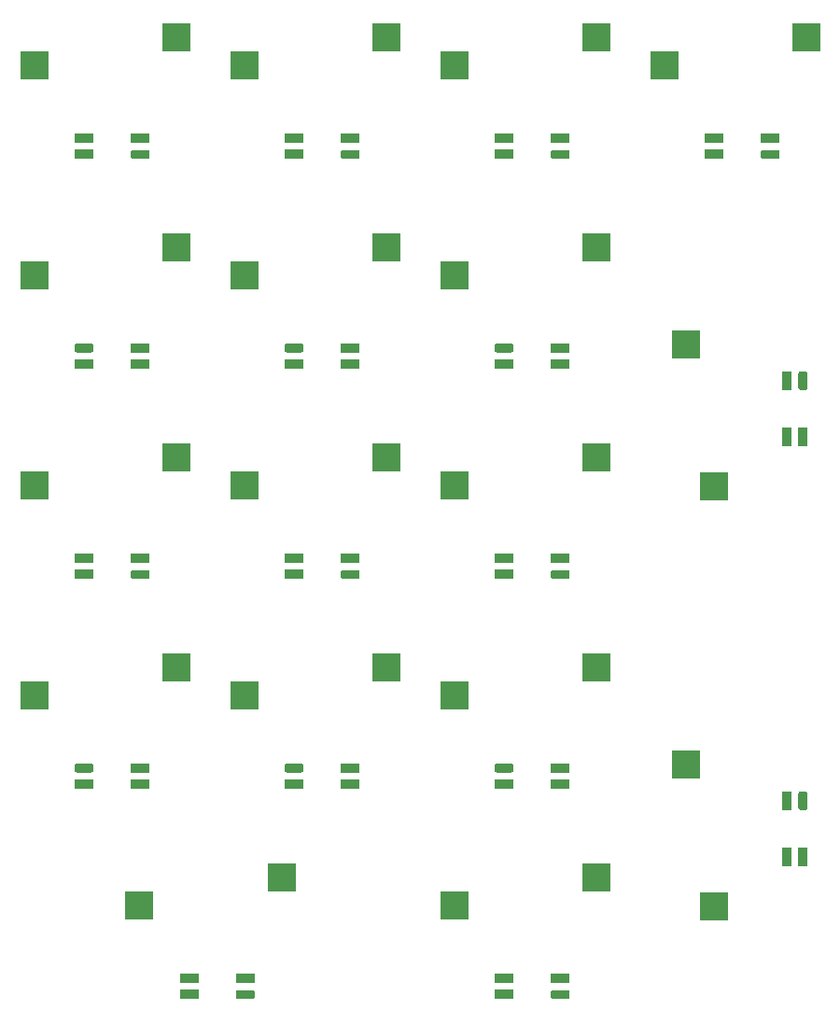
<source format=gbr>
G04 #@! TF.GenerationSoftware,KiCad,Pcbnew,(5.1.5)-3*
G04 #@! TF.CreationDate,2022-04-23T19:07:22-06:00*
G04 #@! TF.ProjectId,base,62617365-2e6b-4696-9361-645f70636258,rev?*
G04 #@! TF.SameCoordinates,Original*
G04 #@! TF.FileFunction,Paste,Bot*
G04 #@! TF.FilePolarity,Positive*
%FSLAX46Y46*%
G04 Gerber Fmt 4.6, Leading zero omitted, Abs format (unit mm)*
G04 Created by KiCad (PCBNEW (5.1.5)-3) date 2022-04-23 19:07:22*
%MOMM*%
%LPD*%
G04 APERTURE LIST*
%ADD10R,2.550000X2.500000*%
%ADD11R,2.500000X2.550000*%
%ADD12C,0.100000*%
%ADD13R,1.700000X0.820000*%
%ADD14R,0.820000X1.700000*%
G04 APERTURE END LIST*
D10*
X172502500Y-59213750D03*
X159602500Y-61753750D03*
X121502500Y-61753750D03*
X134402500Y-59213750D03*
X140552500Y-118903750D03*
X153452500Y-116363750D03*
X102452500Y-80803750D03*
X115352500Y-78263750D03*
D11*
X164147500Y-138053750D03*
X161607500Y-125126750D03*
D12*
G36*
X150852594Y-145597237D02*
G01*
X150872494Y-145600189D01*
X150892008Y-145605077D01*
X150910950Y-145611855D01*
X150929136Y-145620456D01*
X150946392Y-145630799D01*
X150962551Y-145642783D01*
X150977457Y-145656293D01*
X150990967Y-145671199D01*
X151002951Y-145687358D01*
X151013294Y-145704614D01*
X151021895Y-145722800D01*
X151028673Y-145741742D01*
X151033561Y-145761256D01*
X151036513Y-145781156D01*
X151037500Y-145801250D01*
X151037500Y-146211250D01*
X151036513Y-146231344D01*
X151033561Y-146251244D01*
X151028673Y-146270758D01*
X151021895Y-146289700D01*
X151013294Y-146307886D01*
X151002951Y-146325142D01*
X150990967Y-146341301D01*
X150977457Y-146356207D01*
X150962551Y-146369717D01*
X150946392Y-146381701D01*
X150929136Y-146392044D01*
X150910950Y-146400645D01*
X150892008Y-146407423D01*
X150872494Y-146412311D01*
X150852594Y-146415263D01*
X150832500Y-146416250D01*
X149542500Y-146416250D01*
X149522406Y-146415263D01*
X149502506Y-146412311D01*
X149482992Y-146407423D01*
X149464050Y-146400645D01*
X149445864Y-146392044D01*
X149428608Y-146381701D01*
X149412449Y-146369717D01*
X149397543Y-146356207D01*
X149384033Y-146341301D01*
X149372049Y-146325142D01*
X149361706Y-146307886D01*
X149353105Y-146289700D01*
X149346327Y-146270758D01*
X149341439Y-146251244D01*
X149338487Y-146231344D01*
X149337500Y-146211250D01*
X149337500Y-145801250D01*
X149338487Y-145781156D01*
X149341439Y-145761256D01*
X149346327Y-145741742D01*
X149353105Y-145722800D01*
X149361706Y-145704614D01*
X149372049Y-145687358D01*
X149384033Y-145671199D01*
X149397543Y-145656293D01*
X149412449Y-145642783D01*
X149428608Y-145630799D01*
X149445864Y-145620456D01*
X149464050Y-145611855D01*
X149482992Y-145605077D01*
X149502506Y-145600189D01*
X149522406Y-145597237D01*
X149542500Y-145596250D01*
X150832500Y-145596250D01*
X150852594Y-145597237D01*
G37*
D13*
X150187500Y-144506250D03*
X145087500Y-146006250D03*
X145087500Y-144506250D03*
D11*
X164147500Y-99953750D03*
X161607500Y-87026750D03*
D12*
G36*
X112752594Y-69397237D02*
G01*
X112772494Y-69400189D01*
X112792008Y-69405077D01*
X112810950Y-69411855D01*
X112829136Y-69420456D01*
X112846392Y-69430799D01*
X112862551Y-69442783D01*
X112877457Y-69456293D01*
X112890967Y-69471199D01*
X112902951Y-69487358D01*
X112913294Y-69504614D01*
X112921895Y-69522800D01*
X112928673Y-69541742D01*
X112933561Y-69561256D01*
X112936513Y-69581156D01*
X112937500Y-69601250D01*
X112937500Y-70011250D01*
X112936513Y-70031344D01*
X112933561Y-70051244D01*
X112928673Y-70070758D01*
X112921895Y-70089700D01*
X112913294Y-70107886D01*
X112902951Y-70125142D01*
X112890967Y-70141301D01*
X112877457Y-70156207D01*
X112862551Y-70169717D01*
X112846392Y-70181701D01*
X112829136Y-70192044D01*
X112810950Y-70200645D01*
X112792008Y-70207423D01*
X112772494Y-70212311D01*
X112752594Y-70215263D01*
X112732500Y-70216250D01*
X111442500Y-70216250D01*
X111422406Y-70215263D01*
X111402506Y-70212311D01*
X111382992Y-70207423D01*
X111364050Y-70200645D01*
X111345864Y-70192044D01*
X111328608Y-70181701D01*
X111312449Y-70169717D01*
X111297543Y-70156207D01*
X111284033Y-70141301D01*
X111272049Y-70125142D01*
X111261706Y-70107886D01*
X111253105Y-70089700D01*
X111246327Y-70070758D01*
X111241439Y-70051244D01*
X111238487Y-70031344D01*
X111237500Y-70011250D01*
X111237500Y-69601250D01*
X111238487Y-69581156D01*
X111241439Y-69561256D01*
X111246327Y-69541742D01*
X111253105Y-69522800D01*
X111261706Y-69504614D01*
X111272049Y-69487358D01*
X111284033Y-69471199D01*
X111297543Y-69456293D01*
X111312449Y-69442783D01*
X111328608Y-69430799D01*
X111345864Y-69420456D01*
X111364050Y-69411855D01*
X111382992Y-69405077D01*
X111402506Y-69400189D01*
X111422406Y-69397237D01*
X111442500Y-69396250D01*
X112732500Y-69396250D01*
X112752594Y-69397237D01*
G37*
D13*
X112087500Y-68306250D03*
X106987500Y-69806250D03*
X106987500Y-68306250D03*
D14*
X170700000Y-95418750D03*
X172200000Y-95418750D03*
X170700000Y-90318750D03*
D12*
G36*
X172425094Y-89469737D02*
G01*
X172444994Y-89472689D01*
X172464508Y-89477577D01*
X172483450Y-89484355D01*
X172501636Y-89492956D01*
X172518892Y-89503299D01*
X172535051Y-89515283D01*
X172549957Y-89528793D01*
X172563467Y-89543699D01*
X172575451Y-89559858D01*
X172585794Y-89577114D01*
X172594395Y-89595300D01*
X172601173Y-89614242D01*
X172606061Y-89633756D01*
X172609013Y-89653656D01*
X172610000Y-89673750D01*
X172610000Y-90963750D01*
X172609013Y-90983844D01*
X172606061Y-91003744D01*
X172601173Y-91023258D01*
X172594395Y-91042200D01*
X172585794Y-91060386D01*
X172575451Y-91077642D01*
X172563467Y-91093801D01*
X172549957Y-91108707D01*
X172535051Y-91122217D01*
X172518892Y-91134201D01*
X172501636Y-91144544D01*
X172483450Y-91153145D01*
X172464508Y-91159923D01*
X172444994Y-91164811D01*
X172425094Y-91167763D01*
X172405000Y-91168750D01*
X171995000Y-91168750D01*
X171974906Y-91167763D01*
X171955006Y-91164811D01*
X171935492Y-91159923D01*
X171916550Y-91153145D01*
X171898364Y-91144544D01*
X171881108Y-91134201D01*
X171864949Y-91122217D01*
X171850043Y-91108707D01*
X171836533Y-91093801D01*
X171824549Y-91077642D01*
X171814206Y-91060386D01*
X171805605Y-91042200D01*
X171798827Y-91023258D01*
X171793939Y-91003744D01*
X171790987Y-90983844D01*
X171790000Y-90963750D01*
X171790000Y-89673750D01*
X171790987Y-89653656D01*
X171793939Y-89633756D01*
X171798827Y-89614242D01*
X171805605Y-89595300D01*
X171814206Y-89577114D01*
X171824549Y-89559858D01*
X171836533Y-89543699D01*
X171850043Y-89528793D01*
X171864949Y-89515283D01*
X171881108Y-89503299D01*
X171898364Y-89492956D01*
X171916550Y-89484355D01*
X171935492Y-89477577D01*
X171955006Y-89472689D01*
X171974906Y-89469737D01*
X171995000Y-89468750D01*
X172405000Y-89468750D01*
X172425094Y-89469737D01*
G37*
D10*
X111977500Y-137953750D03*
X124904500Y-135413750D03*
X153452500Y-135413750D03*
X140552500Y-137953750D03*
X140552500Y-99853750D03*
X153452500Y-97313750D03*
X153452500Y-59213750D03*
X140552500Y-61753750D03*
D12*
G36*
X169902594Y-69397237D02*
G01*
X169922494Y-69400189D01*
X169942008Y-69405077D01*
X169960950Y-69411855D01*
X169979136Y-69420456D01*
X169996392Y-69430799D01*
X170012551Y-69442783D01*
X170027457Y-69456293D01*
X170040967Y-69471199D01*
X170052951Y-69487358D01*
X170063294Y-69504614D01*
X170071895Y-69522800D01*
X170078673Y-69541742D01*
X170083561Y-69561256D01*
X170086513Y-69581156D01*
X170087500Y-69601250D01*
X170087500Y-70011250D01*
X170086513Y-70031344D01*
X170083561Y-70051244D01*
X170078673Y-70070758D01*
X170071895Y-70089700D01*
X170063294Y-70107886D01*
X170052951Y-70125142D01*
X170040967Y-70141301D01*
X170027457Y-70156207D01*
X170012551Y-70169717D01*
X169996392Y-70181701D01*
X169979136Y-70192044D01*
X169960950Y-70200645D01*
X169942008Y-70207423D01*
X169922494Y-70212311D01*
X169902594Y-70215263D01*
X169882500Y-70216250D01*
X168592500Y-70216250D01*
X168572406Y-70215263D01*
X168552506Y-70212311D01*
X168532992Y-70207423D01*
X168514050Y-70200645D01*
X168495864Y-70192044D01*
X168478608Y-70181701D01*
X168462449Y-70169717D01*
X168447543Y-70156207D01*
X168434033Y-70141301D01*
X168422049Y-70125142D01*
X168411706Y-70107886D01*
X168403105Y-70089700D01*
X168396327Y-70070758D01*
X168391439Y-70051244D01*
X168388487Y-70031344D01*
X168387500Y-70011250D01*
X168387500Y-69601250D01*
X168388487Y-69581156D01*
X168391439Y-69561256D01*
X168396327Y-69541742D01*
X168403105Y-69522800D01*
X168411706Y-69504614D01*
X168422049Y-69487358D01*
X168434033Y-69471199D01*
X168447543Y-69456293D01*
X168462449Y-69442783D01*
X168478608Y-69430799D01*
X168495864Y-69420456D01*
X168514050Y-69411855D01*
X168532992Y-69405077D01*
X168552506Y-69400189D01*
X168572406Y-69397237D01*
X168592500Y-69396250D01*
X169882500Y-69396250D01*
X169902594Y-69397237D01*
G37*
D13*
X169237500Y-68306250D03*
X164137500Y-69806250D03*
X164137500Y-68306250D03*
D12*
G36*
X122277594Y-145597237D02*
G01*
X122297494Y-145600189D01*
X122317008Y-145605077D01*
X122335950Y-145611855D01*
X122354136Y-145620456D01*
X122371392Y-145630799D01*
X122387551Y-145642783D01*
X122402457Y-145656293D01*
X122415967Y-145671199D01*
X122427951Y-145687358D01*
X122438294Y-145704614D01*
X122446895Y-145722800D01*
X122453673Y-145741742D01*
X122458561Y-145761256D01*
X122461513Y-145781156D01*
X122462500Y-145801250D01*
X122462500Y-146211250D01*
X122461513Y-146231344D01*
X122458561Y-146251244D01*
X122453673Y-146270758D01*
X122446895Y-146289700D01*
X122438294Y-146307886D01*
X122427951Y-146325142D01*
X122415967Y-146341301D01*
X122402457Y-146356207D01*
X122387551Y-146369717D01*
X122371392Y-146381701D01*
X122354136Y-146392044D01*
X122335950Y-146400645D01*
X122317008Y-146407423D01*
X122297494Y-146412311D01*
X122277594Y-146415263D01*
X122257500Y-146416250D01*
X120967500Y-146416250D01*
X120947406Y-146415263D01*
X120927506Y-146412311D01*
X120907992Y-146407423D01*
X120889050Y-146400645D01*
X120870864Y-146392044D01*
X120853608Y-146381701D01*
X120837449Y-146369717D01*
X120822543Y-146356207D01*
X120809033Y-146341301D01*
X120797049Y-146325142D01*
X120786706Y-146307886D01*
X120778105Y-146289700D01*
X120771327Y-146270758D01*
X120766439Y-146251244D01*
X120763487Y-146231344D01*
X120762500Y-146211250D01*
X120762500Y-145801250D01*
X120763487Y-145781156D01*
X120766439Y-145761256D01*
X120771327Y-145741742D01*
X120778105Y-145722800D01*
X120786706Y-145704614D01*
X120797049Y-145687358D01*
X120809033Y-145671199D01*
X120822543Y-145656293D01*
X120837449Y-145642783D01*
X120853608Y-145630799D01*
X120870864Y-145620456D01*
X120889050Y-145611855D01*
X120907992Y-145605077D01*
X120927506Y-145600189D01*
X120947406Y-145597237D01*
X120967500Y-145596250D01*
X122257500Y-145596250D01*
X122277594Y-145597237D01*
G37*
D13*
X121612500Y-144506250D03*
X116512500Y-146006250D03*
X116512500Y-144506250D03*
D12*
G36*
X172425094Y-127569737D02*
G01*
X172444994Y-127572689D01*
X172464508Y-127577577D01*
X172483450Y-127584355D01*
X172501636Y-127592956D01*
X172518892Y-127603299D01*
X172535051Y-127615283D01*
X172549957Y-127628793D01*
X172563467Y-127643699D01*
X172575451Y-127659858D01*
X172585794Y-127677114D01*
X172594395Y-127695300D01*
X172601173Y-127714242D01*
X172606061Y-127733756D01*
X172609013Y-127753656D01*
X172610000Y-127773750D01*
X172610000Y-129063750D01*
X172609013Y-129083844D01*
X172606061Y-129103744D01*
X172601173Y-129123258D01*
X172594395Y-129142200D01*
X172585794Y-129160386D01*
X172575451Y-129177642D01*
X172563467Y-129193801D01*
X172549957Y-129208707D01*
X172535051Y-129222217D01*
X172518892Y-129234201D01*
X172501636Y-129244544D01*
X172483450Y-129253145D01*
X172464508Y-129259923D01*
X172444994Y-129264811D01*
X172425094Y-129267763D01*
X172405000Y-129268750D01*
X171995000Y-129268750D01*
X171974906Y-129267763D01*
X171955006Y-129264811D01*
X171935492Y-129259923D01*
X171916550Y-129253145D01*
X171898364Y-129244544D01*
X171881108Y-129234201D01*
X171864949Y-129222217D01*
X171850043Y-129208707D01*
X171836533Y-129193801D01*
X171824549Y-129177642D01*
X171814206Y-129160386D01*
X171805605Y-129142200D01*
X171798827Y-129123258D01*
X171793939Y-129103744D01*
X171790987Y-129083844D01*
X171790000Y-129063750D01*
X171790000Y-127773750D01*
X171790987Y-127753656D01*
X171793939Y-127733756D01*
X171798827Y-127714242D01*
X171805605Y-127695300D01*
X171814206Y-127677114D01*
X171824549Y-127659858D01*
X171836533Y-127643699D01*
X171850043Y-127628793D01*
X171864949Y-127615283D01*
X171881108Y-127603299D01*
X171898364Y-127592956D01*
X171916550Y-127584355D01*
X171935492Y-127577577D01*
X171955006Y-127572689D01*
X171974906Y-127569737D01*
X171995000Y-127568750D01*
X172405000Y-127568750D01*
X172425094Y-127569737D01*
G37*
D14*
X170700000Y-128418750D03*
X172200000Y-133518750D03*
X170700000Y-133518750D03*
D12*
G36*
X145752594Y-125047237D02*
G01*
X145772494Y-125050189D01*
X145792008Y-125055077D01*
X145810950Y-125061855D01*
X145829136Y-125070456D01*
X145846392Y-125080799D01*
X145862551Y-125092783D01*
X145877457Y-125106293D01*
X145890967Y-125121199D01*
X145902951Y-125137358D01*
X145913294Y-125154614D01*
X145921895Y-125172800D01*
X145928673Y-125191742D01*
X145933561Y-125211256D01*
X145936513Y-125231156D01*
X145937500Y-125251250D01*
X145937500Y-125661250D01*
X145936513Y-125681344D01*
X145933561Y-125701244D01*
X145928673Y-125720758D01*
X145921895Y-125739700D01*
X145913294Y-125757886D01*
X145902951Y-125775142D01*
X145890967Y-125791301D01*
X145877457Y-125806207D01*
X145862551Y-125819717D01*
X145846392Y-125831701D01*
X145829136Y-125842044D01*
X145810950Y-125850645D01*
X145792008Y-125857423D01*
X145772494Y-125862311D01*
X145752594Y-125865263D01*
X145732500Y-125866250D01*
X144442500Y-125866250D01*
X144422406Y-125865263D01*
X144402506Y-125862311D01*
X144382992Y-125857423D01*
X144364050Y-125850645D01*
X144345864Y-125842044D01*
X144328608Y-125831701D01*
X144312449Y-125819717D01*
X144297543Y-125806207D01*
X144284033Y-125791301D01*
X144272049Y-125775142D01*
X144261706Y-125757886D01*
X144253105Y-125739700D01*
X144246327Y-125720758D01*
X144241439Y-125701244D01*
X144238487Y-125681344D01*
X144237500Y-125661250D01*
X144237500Y-125251250D01*
X144238487Y-125231156D01*
X144241439Y-125211256D01*
X144246327Y-125191742D01*
X144253105Y-125172800D01*
X144261706Y-125154614D01*
X144272049Y-125137358D01*
X144284033Y-125121199D01*
X144297543Y-125106293D01*
X144312449Y-125092783D01*
X144328608Y-125080799D01*
X144345864Y-125070456D01*
X144364050Y-125061855D01*
X144382992Y-125055077D01*
X144402506Y-125050189D01*
X144422406Y-125047237D01*
X144442500Y-125046250D01*
X145732500Y-125046250D01*
X145752594Y-125047237D01*
G37*
D13*
X145087500Y-126956250D03*
X150187500Y-125456250D03*
X150187500Y-126956250D03*
D12*
G36*
X126702594Y-125047237D02*
G01*
X126722494Y-125050189D01*
X126742008Y-125055077D01*
X126760950Y-125061855D01*
X126779136Y-125070456D01*
X126796392Y-125080799D01*
X126812551Y-125092783D01*
X126827457Y-125106293D01*
X126840967Y-125121199D01*
X126852951Y-125137358D01*
X126863294Y-125154614D01*
X126871895Y-125172800D01*
X126878673Y-125191742D01*
X126883561Y-125211256D01*
X126886513Y-125231156D01*
X126887500Y-125251250D01*
X126887500Y-125661250D01*
X126886513Y-125681344D01*
X126883561Y-125701244D01*
X126878673Y-125720758D01*
X126871895Y-125739700D01*
X126863294Y-125757886D01*
X126852951Y-125775142D01*
X126840967Y-125791301D01*
X126827457Y-125806207D01*
X126812551Y-125819717D01*
X126796392Y-125831701D01*
X126779136Y-125842044D01*
X126760950Y-125850645D01*
X126742008Y-125857423D01*
X126722494Y-125862311D01*
X126702594Y-125865263D01*
X126682500Y-125866250D01*
X125392500Y-125866250D01*
X125372406Y-125865263D01*
X125352506Y-125862311D01*
X125332992Y-125857423D01*
X125314050Y-125850645D01*
X125295864Y-125842044D01*
X125278608Y-125831701D01*
X125262449Y-125819717D01*
X125247543Y-125806207D01*
X125234033Y-125791301D01*
X125222049Y-125775142D01*
X125211706Y-125757886D01*
X125203105Y-125739700D01*
X125196327Y-125720758D01*
X125191439Y-125701244D01*
X125188487Y-125681344D01*
X125187500Y-125661250D01*
X125187500Y-125251250D01*
X125188487Y-125231156D01*
X125191439Y-125211256D01*
X125196327Y-125191742D01*
X125203105Y-125172800D01*
X125211706Y-125154614D01*
X125222049Y-125137358D01*
X125234033Y-125121199D01*
X125247543Y-125106293D01*
X125262449Y-125092783D01*
X125278608Y-125080799D01*
X125295864Y-125070456D01*
X125314050Y-125061855D01*
X125332992Y-125055077D01*
X125352506Y-125050189D01*
X125372406Y-125047237D01*
X125392500Y-125046250D01*
X126682500Y-125046250D01*
X126702594Y-125047237D01*
G37*
D13*
X126037500Y-126956250D03*
X131137500Y-125456250D03*
X131137500Y-126956250D03*
D12*
G36*
X107652594Y-125047237D02*
G01*
X107672494Y-125050189D01*
X107692008Y-125055077D01*
X107710950Y-125061855D01*
X107729136Y-125070456D01*
X107746392Y-125080799D01*
X107762551Y-125092783D01*
X107777457Y-125106293D01*
X107790967Y-125121199D01*
X107802951Y-125137358D01*
X107813294Y-125154614D01*
X107821895Y-125172800D01*
X107828673Y-125191742D01*
X107833561Y-125211256D01*
X107836513Y-125231156D01*
X107837500Y-125251250D01*
X107837500Y-125661250D01*
X107836513Y-125681344D01*
X107833561Y-125701244D01*
X107828673Y-125720758D01*
X107821895Y-125739700D01*
X107813294Y-125757886D01*
X107802951Y-125775142D01*
X107790967Y-125791301D01*
X107777457Y-125806207D01*
X107762551Y-125819717D01*
X107746392Y-125831701D01*
X107729136Y-125842044D01*
X107710950Y-125850645D01*
X107692008Y-125857423D01*
X107672494Y-125862311D01*
X107652594Y-125865263D01*
X107632500Y-125866250D01*
X106342500Y-125866250D01*
X106322406Y-125865263D01*
X106302506Y-125862311D01*
X106282992Y-125857423D01*
X106264050Y-125850645D01*
X106245864Y-125842044D01*
X106228608Y-125831701D01*
X106212449Y-125819717D01*
X106197543Y-125806207D01*
X106184033Y-125791301D01*
X106172049Y-125775142D01*
X106161706Y-125757886D01*
X106153105Y-125739700D01*
X106146327Y-125720758D01*
X106141439Y-125701244D01*
X106138487Y-125681344D01*
X106137500Y-125661250D01*
X106137500Y-125251250D01*
X106138487Y-125231156D01*
X106141439Y-125211256D01*
X106146327Y-125191742D01*
X106153105Y-125172800D01*
X106161706Y-125154614D01*
X106172049Y-125137358D01*
X106184033Y-125121199D01*
X106197543Y-125106293D01*
X106212449Y-125092783D01*
X106228608Y-125080799D01*
X106245864Y-125070456D01*
X106264050Y-125061855D01*
X106282992Y-125055077D01*
X106302506Y-125050189D01*
X106322406Y-125047237D01*
X106342500Y-125046250D01*
X107632500Y-125046250D01*
X107652594Y-125047237D01*
G37*
D13*
X106987500Y-126956250D03*
X112087500Y-125456250D03*
X112087500Y-126956250D03*
D12*
G36*
X112752594Y-107497237D02*
G01*
X112772494Y-107500189D01*
X112792008Y-107505077D01*
X112810950Y-107511855D01*
X112829136Y-107520456D01*
X112846392Y-107530799D01*
X112862551Y-107542783D01*
X112877457Y-107556293D01*
X112890967Y-107571199D01*
X112902951Y-107587358D01*
X112913294Y-107604614D01*
X112921895Y-107622800D01*
X112928673Y-107641742D01*
X112933561Y-107661256D01*
X112936513Y-107681156D01*
X112937500Y-107701250D01*
X112937500Y-108111250D01*
X112936513Y-108131344D01*
X112933561Y-108151244D01*
X112928673Y-108170758D01*
X112921895Y-108189700D01*
X112913294Y-108207886D01*
X112902951Y-108225142D01*
X112890967Y-108241301D01*
X112877457Y-108256207D01*
X112862551Y-108269717D01*
X112846392Y-108281701D01*
X112829136Y-108292044D01*
X112810950Y-108300645D01*
X112792008Y-108307423D01*
X112772494Y-108312311D01*
X112752594Y-108315263D01*
X112732500Y-108316250D01*
X111442500Y-108316250D01*
X111422406Y-108315263D01*
X111402506Y-108312311D01*
X111382992Y-108307423D01*
X111364050Y-108300645D01*
X111345864Y-108292044D01*
X111328608Y-108281701D01*
X111312449Y-108269717D01*
X111297543Y-108256207D01*
X111284033Y-108241301D01*
X111272049Y-108225142D01*
X111261706Y-108207886D01*
X111253105Y-108189700D01*
X111246327Y-108170758D01*
X111241439Y-108151244D01*
X111238487Y-108131344D01*
X111237500Y-108111250D01*
X111237500Y-107701250D01*
X111238487Y-107681156D01*
X111241439Y-107661256D01*
X111246327Y-107641742D01*
X111253105Y-107622800D01*
X111261706Y-107604614D01*
X111272049Y-107587358D01*
X111284033Y-107571199D01*
X111297543Y-107556293D01*
X111312449Y-107542783D01*
X111328608Y-107530799D01*
X111345864Y-107520456D01*
X111364050Y-107511855D01*
X111382992Y-107505077D01*
X111402506Y-107500189D01*
X111422406Y-107497237D01*
X111442500Y-107496250D01*
X112732500Y-107496250D01*
X112752594Y-107497237D01*
G37*
D13*
X112087500Y-106406250D03*
X106987500Y-107906250D03*
X106987500Y-106406250D03*
D12*
G36*
X131802594Y-107497237D02*
G01*
X131822494Y-107500189D01*
X131842008Y-107505077D01*
X131860950Y-107511855D01*
X131879136Y-107520456D01*
X131896392Y-107530799D01*
X131912551Y-107542783D01*
X131927457Y-107556293D01*
X131940967Y-107571199D01*
X131952951Y-107587358D01*
X131963294Y-107604614D01*
X131971895Y-107622800D01*
X131978673Y-107641742D01*
X131983561Y-107661256D01*
X131986513Y-107681156D01*
X131987500Y-107701250D01*
X131987500Y-108111250D01*
X131986513Y-108131344D01*
X131983561Y-108151244D01*
X131978673Y-108170758D01*
X131971895Y-108189700D01*
X131963294Y-108207886D01*
X131952951Y-108225142D01*
X131940967Y-108241301D01*
X131927457Y-108256207D01*
X131912551Y-108269717D01*
X131896392Y-108281701D01*
X131879136Y-108292044D01*
X131860950Y-108300645D01*
X131842008Y-108307423D01*
X131822494Y-108312311D01*
X131802594Y-108315263D01*
X131782500Y-108316250D01*
X130492500Y-108316250D01*
X130472406Y-108315263D01*
X130452506Y-108312311D01*
X130432992Y-108307423D01*
X130414050Y-108300645D01*
X130395864Y-108292044D01*
X130378608Y-108281701D01*
X130362449Y-108269717D01*
X130347543Y-108256207D01*
X130334033Y-108241301D01*
X130322049Y-108225142D01*
X130311706Y-108207886D01*
X130303105Y-108189700D01*
X130296327Y-108170758D01*
X130291439Y-108151244D01*
X130288487Y-108131344D01*
X130287500Y-108111250D01*
X130287500Y-107701250D01*
X130288487Y-107681156D01*
X130291439Y-107661256D01*
X130296327Y-107641742D01*
X130303105Y-107622800D01*
X130311706Y-107604614D01*
X130322049Y-107587358D01*
X130334033Y-107571199D01*
X130347543Y-107556293D01*
X130362449Y-107542783D01*
X130378608Y-107530799D01*
X130395864Y-107520456D01*
X130414050Y-107511855D01*
X130432992Y-107505077D01*
X130452506Y-107500189D01*
X130472406Y-107497237D01*
X130492500Y-107496250D01*
X131782500Y-107496250D01*
X131802594Y-107497237D01*
G37*
D13*
X131137500Y-106406250D03*
X126037500Y-107906250D03*
X126037500Y-106406250D03*
D12*
G36*
X150852594Y-107497237D02*
G01*
X150872494Y-107500189D01*
X150892008Y-107505077D01*
X150910950Y-107511855D01*
X150929136Y-107520456D01*
X150946392Y-107530799D01*
X150962551Y-107542783D01*
X150977457Y-107556293D01*
X150990967Y-107571199D01*
X151002951Y-107587358D01*
X151013294Y-107604614D01*
X151021895Y-107622800D01*
X151028673Y-107641742D01*
X151033561Y-107661256D01*
X151036513Y-107681156D01*
X151037500Y-107701250D01*
X151037500Y-108111250D01*
X151036513Y-108131344D01*
X151033561Y-108151244D01*
X151028673Y-108170758D01*
X151021895Y-108189700D01*
X151013294Y-108207886D01*
X151002951Y-108225142D01*
X150990967Y-108241301D01*
X150977457Y-108256207D01*
X150962551Y-108269717D01*
X150946392Y-108281701D01*
X150929136Y-108292044D01*
X150910950Y-108300645D01*
X150892008Y-108307423D01*
X150872494Y-108312311D01*
X150852594Y-108315263D01*
X150832500Y-108316250D01*
X149542500Y-108316250D01*
X149522406Y-108315263D01*
X149502506Y-108312311D01*
X149482992Y-108307423D01*
X149464050Y-108300645D01*
X149445864Y-108292044D01*
X149428608Y-108281701D01*
X149412449Y-108269717D01*
X149397543Y-108256207D01*
X149384033Y-108241301D01*
X149372049Y-108225142D01*
X149361706Y-108207886D01*
X149353105Y-108189700D01*
X149346327Y-108170758D01*
X149341439Y-108151244D01*
X149338487Y-108131344D01*
X149337500Y-108111250D01*
X149337500Y-107701250D01*
X149338487Y-107681156D01*
X149341439Y-107661256D01*
X149346327Y-107641742D01*
X149353105Y-107622800D01*
X149361706Y-107604614D01*
X149372049Y-107587358D01*
X149384033Y-107571199D01*
X149397543Y-107556293D01*
X149412449Y-107542783D01*
X149428608Y-107530799D01*
X149445864Y-107520456D01*
X149464050Y-107511855D01*
X149482992Y-107505077D01*
X149502506Y-107500189D01*
X149522406Y-107497237D01*
X149542500Y-107496250D01*
X150832500Y-107496250D01*
X150852594Y-107497237D01*
G37*
D13*
X150187500Y-106406250D03*
X145087500Y-107906250D03*
X145087500Y-106406250D03*
D12*
G36*
X145752594Y-86947237D02*
G01*
X145772494Y-86950189D01*
X145792008Y-86955077D01*
X145810950Y-86961855D01*
X145829136Y-86970456D01*
X145846392Y-86980799D01*
X145862551Y-86992783D01*
X145877457Y-87006293D01*
X145890967Y-87021199D01*
X145902951Y-87037358D01*
X145913294Y-87054614D01*
X145921895Y-87072800D01*
X145928673Y-87091742D01*
X145933561Y-87111256D01*
X145936513Y-87131156D01*
X145937500Y-87151250D01*
X145937500Y-87561250D01*
X145936513Y-87581344D01*
X145933561Y-87601244D01*
X145928673Y-87620758D01*
X145921895Y-87639700D01*
X145913294Y-87657886D01*
X145902951Y-87675142D01*
X145890967Y-87691301D01*
X145877457Y-87706207D01*
X145862551Y-87719717D01*
X145846392Y-87731701D01*
X145829136Y-87742044D01*
X145810950Y-87750645D01*
X145792008Y-87757423D01*
X145772494Y-87762311D01*
X145752594Y-87765263D01*
X145732500Y-87766250D01*
X144442500Y-87766250D01*
X144422406Y-87765263D01*
X144402506Y-87762311D01*
X144382992Y-87757423D01*
X144364050Y-87750645D01*
X144345864Y-87742044D01*
X144328608Y-87731701D01*
X144312449Y-87719717D01*
X144297543Y-87706207D01*
X144284033Y-87691301D01*
X144272049Y-87675142D01*
X144261706Y-87657886D01*
X144253105Y-87639700D01*
X144246327Y-87620758D01*
X144241439Y-87601244D01*
X144238487Y-87581344D01*
X144237500Y-87561250D01*
X144237500Y-87151250D01*
X144238487Y-87131156D01*
X144241439Y-87111256D01*
X144246327Y-87091742D01*
X144253105Y-87072800D01*
X144261706Y-87054614D01*
X144272049Y-87037358D01*
X144284033Y-87021199D01*
X144297543Y-87006293D01*
X144312449Y-86992783D01*
X144328608Y-86980799D01*
X144345864Y-86970456D01*
X144364050Y-86961855D01*
X144382992Y-86955077D01*
X144402506Y-86950189D01*
X144422406Y-86947237D01*
X144442500Y-86946250D01*
X145732500Y-86946250D01*
X145752594Y-86947237D01*
G37*
D13*
X145087500Y-88856250D03*
X150187500Y-87356250D03*
X150187500Y-88856250D03*
D12*
G36*
X126702594Y-86947237D02*
G01*
X126722494Y-86950189D01*
X126742008Y-86955077D01*
X126760950Y-86961855D01*
X126779136Y-86970456D01*
X126796392Y-86980799D01*
X126812551Y-86992783D01*
X126827457Y-87006293D01*
X126840967Y-87021199D01*
X126852951Y-87037358D01*
X126863294Y-87054614D01*
X126871895Y-87072800D01*
X126878673Y-87091742D01*
X126883561Y-87111256D01*
X126886513Y-87131156D01*
X126887500Y-87151250D01*
X126887500Y-87561250D01*
X126886513Y-87581344D01*
X126883561Y-87601244D01*
X126878673Y-87620758D01*
X126871895Y-87639700D01*
X126863294Y-87657886D01*
X126852951Y-87675142D01*
X126840967Y-87691301D01*
X126827457Y-87706207D01*
X126812551Y-87719717D01*
X126796392Y-87731701D01*
X126779136Y-87742044D01*
X126760950Y-87750645D01*
X126742008Y-87757423D01*
X126722494Y-87762311D01*
X126702594Y-87765263D01*
X126682500Y-87766250D01*
X125392500Y-87766250D01*
X125372406Y-87765263D01*
X125352506Y-87762311D01*
X125332992Y-87757423D01*
X125314050Y-87750645D01*
X125295864Y-87742044D01*
X125278608Y-87731701D01*
X125262449Y-87719717D01*
X125247543Y-87706207D01*
X125234033Y-87691301D01*
X125222049Y-87675142D01*
X125211706Y-87657886D01*
X125203105Y-87639700D01*
X125196327Y-87620758D01*
X125191439Y-87601244D01*
X125188487Y-87581344D01*
X125187500Y-87561250D01*
X125187500Y-87151250D01*
X125188487Y-87131156D01*
X125191439Y-87111256D01*
X125196327Y-87091742D01*
X125203105Y-87072800D01*
X125211706Y-87054614D01*
X125222049Y-87037358D01*
X125234033Y-87021199D01*
X125247543Y-87006293D01*
X125262449Y-86992783D01*
X125278608Y-86980799D01*
X125295864Y-86970456D01*
X125314050Y-86961855D01*
X125332992Y-86955077D01*
X125352506Y-86950189D01*
X125372406Y-86947237D01*
X125392500Y-86946250D01*
X126682500Y-86946250D01*
X126702594Y-86947237D01*
G37*
D13*
X126037500Y-88856250D03*
X131137500Y-87356250D03*
X131137500Y-88856250D03*
D12*
G36*
X107652594Y-86947237D02*
G01*
X107672494Y-86950189D01*
X107692008Y-86955077D01*
X107710950Y-86961855D01*
X107729136Y-86970456D01*
X107746392Y-86980799D01*
X107762551Y-86992783D01*
X107777457Y-87006293D01*
X107790967Y-87021199D01*
X107802951Y-87037358D01*
X107813294Y-87054614D01*
X107821895Y-87072800D01*
X107828673Y-87091742D01*
X107833561Y-87111256D01*
X107836513Y-87131156D01*
X107837500Y-87151250D01*
X107837500Y-87561250D01*
X107836513Y-87581344D01*
X107833561Y-87601244D01*
X107828673Y-87620758D01*
X107821895Y-87639700D01*
X107813294Y-87657886D01*
X107802951Y-87675142D01*
X107790967Y-87691301D01*
X107777457Y-87706207D01*
X107762551Y-87719717D01*
X107746392Y-87731701D01*
X107729136Y-87742044D01*
X107710950Y-87750645D01*
X107692008Y-87757423D01*
X107672494Y-87762311D01*
X107652594Y-87765263D01*
X107632500Y-87766250D01*
X106342500Y-87766250D01*
X106322406Y-87765263D01*
X106302506Y-87762311D01*
X106282992Y-87757423D01*
X106264050Y-87750645D01*
X106245864Y-87742044D01*
X106228608Y-87731701D01*
X106212449Y-87719717D01*
X106197543Y-87706207D01*
X106184033Y-87691301D01*
X106172049Y-87675142D01*
X106161706Y-87657886D01*
X106153105Y-87639700D01*
X106146327Y-87620758D01*
X106141439Y-87601244D01*
X106138487Y-87581344D01*
X106137500Y-87561250D01*
X106137500Y-87151250D01*
X106138487Y-87131156D01*
X106141439Y-87111256D01*
X106146327Y-87091742D01*
X106153105Y-87072800D01*
X106161706Y-87054614D01*
X106172049Y-87037358D01*
X106184033Y-87021199D01*
X106197543Y-87006293D01*
X106212449Y-86992783D01*
X106228608Y-86980799D01*
X106245864Y-86970456D01*
X106264050Y-86961855D01*
X106282992Y-86955077D01*
X106302506Y-86950189D01*
X106322406Y-86947237D01*
X106342500Y-86946250D01*
X107632500Y-86946250D01*
X107652594Y-86947237D01*
G37*
D13*
X106987500Y-88856250D03*
X112087500Y-87356250D03*
X112087500Y-88856250D03*
D12*
G36*
X131802594Y-69397237D02*
G01*
X131822494Y-69400189D01*
X131842008Y-69405077D01*
X131860950Y-69411855D01*
X131879136Y-69420456D01*
X131896392Y-69430799D01*
X131912551Y-69442783D01*
X131927457Y-69456293D01*
X131940967Y-69471199D01*
X131952951Y-69487358D01*
X131963294Y-69504614D01*
X131971895Y-69522800D01*
X131978673Y-69541742D01*
X131983561Y-69561256D01*
X131986513Y-69581156D01*
X131987500Y-69601250D01*
X131987500Y-70011250D01*
X131986513Y-70031344D01*
X131983561Y-70051244D01*
X131978673Y-70070758D01*
X131971895Y-70089700D01*
X131963294Y-70107886D01*
X131952951Y-70125142D01*
X131940967Y-70141301D01*
X131927457Y-70156207D01*
X131912551Y-70169717D01*
X131896392Y-70181701D01*
X131879136Y-70192044D01*
X131860950Y-70200645D01*
X131842008Y-70207423D01*
X131822494Y-70212311D01*
X131802594Y-70215263D01*
X131782500Y-70216250D01*
X130492500Y-70216250D01*
X130472406Y-70215263D01*
X130452506Y-70212311D01*
X130432992Y-70207423D01*
X130414050Y-70200645D01*
X130395864Y-70192044D01*
X130378608Y-70181701D01*
X130362449Y-70169717D01*
X130347543Y-70156207D01*
X130334033Y-70141301D01*
X130322049Y-70125142D01*
X130311706Y-70107886D01*
X130303105Y-70089700D01*
X130296327Y-70070758D01*
X130291439Y-70051244D01*
X130288487Y-70031344D01*
X130287500Y-70011250D01*
X130287500Y-69601250D01*
X130288487Y-69581156D01*
X130291439Y-69561256D01*
X130296327Y-69541742D01*
X130303105Y-69522800D01*
X130311706Y-69504614D01*
X130322049Y-69487358D01*
X130334033Y-69471199D01*
X130347543Y-69456293D01*
X130362449Y-69442783D01*
X130378608Y-69430799D01*
X130395864Y-69420456D01*
X130414050Y-69411855D01*
X130432992Y-69405077D01*
X130452506Y-69400189D01*
X130472406Y-69397237D01*
X130492500Y-69396250D01*
X131782500Y-69396250D01*
X131802594Y-69397237D01*
G37*
D13*
X131137500Y-68306250D03*
X126037500Y-69806250D03*
X126037500Y-68306250D03*
D12*
G36*
X150852594Y-69397237D02*
G01*
X150872494Y-69400189D01*
X150892008Y-69405077D01*
X150910950Y-69411855D01*
X150929136Y-69420456D01*
X150946392Y-69430799D01*
X150962551Y-69442783D01*
X150977457Y-69456293D01*
X150990967Y-69471199D01*
X151002951Y-69487358D01*
X151013294Y-69504614D01*
X151021895Y-69522800D01*
X151028673Y-69541742D01*
X151033561Y-69561256D01*
X151036513Y-69581156D01*
X151037500Y-69601250D01*
X151037500Y-70011250D01*
X151036513Y-70031344D01*
X151033561Y-70051244D01*
X151028673Y-70070758D01*
X151021895Y-70089700D01*
X151013294Y-70107886D01*
X151002951Y-70125142D01*
X150990967Y-70141301D01*
X150977457Y-70156207D01*
X150962551Y-70169717D01*
X150946392Y-70181701D01*
X150929136Y-70192044D01*
X150910950Y-70200645D01*
X150892008Y-70207423D01*
X150872494Y-70212311D01*
X150852594Y-70215263D01*
X150832500Y-70216250D01*
X149542500Y-70216250D01*
X149522406Y-70215263D01*
X149502506Y-70212311D01*
X149482992Y-70207423D01*
X149464050Y-70200645D01*
X149445864Y-70192044D01*
X149428608Y-70181701D01*
X149412449Y-70169717D01*
X149397543Y-70156207D01*
X149384033Y-70141301D01*
X149372049Y-70125142D01*
X149361706Y-70107886D01*
X149353105Y-70089700D01*
X149346327Y-70070758D01*
X149341439Y-70051244D01*
X149338487Y-70031344D01*
X149337500Y-70011250D01*
X149337500Y-69601250D01*
X149338487Y-69581156D01*
X149341439Y-69561256D01*
X149346327Y-69541742D01*
X149353105Y-69522800D01*
X149361706Y-69504614D01*
X149372049Y-69487358D01*
X149384033Y-69471199D01*
X149397543Y-69456293D01*
X149412449Y-69442783D01*
X149428608Y-69430799D01*
X149445864Y-69420456D01*
X149464050Y-69411855D01*
X149482992Y-69405077D01*
X149502506Y-69400189D01*
X149522406Y-69397237D01*
X149542500Y-69396250D01*
X150832500Y-69396250D01*
X150852594Y-69397237D01*
G37*
D13*
X150187500Y-68306250D03*
X145087500Y-69806250D03*
X145087500Y-68306250D03*
D10*
X102452500Y-118903750D03*
X115352500Y-116363750D03*
X134402500Y-116363750D03*
X121502500Y-118903750D03*
X115352500Y-97313750D03*
X102452500Y-99853750D03*
X134402500Y-97313750D03*
X121502500Y-99853750D03*
X134402500Y-78263750D03*
X121502500Y-80803750D03*
X140552500Y-80803750D03*
X153452500Y-78263750D03*
X102452500Y-61753750D03*
X115352500Y-59213750D03*
M02*

</source>
